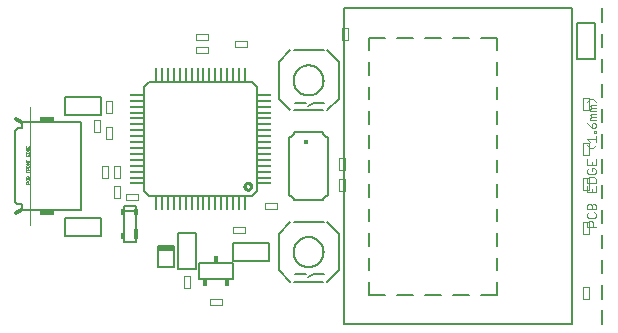
<source format=gto>
G04 EAGLE Gerber RS-274X export*
G75*
%MOMM*%
%FSLAX34Y34*%
%LPD*%
%INTop Silkscreen*%
%IPPOS*%
%AMOC8*
5,1,8,0,0,1.08239X$1,22.5*%
G01*
%ADD10C,0.203200*%
%ADD11C,0.076200*%
%ADD12C,0.127000*%
%ADD13C,0.364000*%
%ADD14C,0.152400*%
%ADD15R,0.457200X0.584200*%
%ADD16C,0.254000*%
%ADD17R,1.200000X0.200000*%
%ADD18R,0.200000X1.200000*%
%ADD19C,0.300000*%
%ADD20R,1.300000X0.365000*%
%ADD21R,0.090000X0.700000*%
%ADD22C,0.050000*%
%ADD23C,0.025400*%
%ADD24R,0.381000X0.609600*%
%ADD25C,0.100000*%


D10*
X268896Y74D02*
X268896Y267104D01*
X461496Y267104D01*
X461496Y104D01*
X268896Y74D01*
X289896Y24884D02*
X289896Y35560D01*
X289896Y45560D02*
X289896Y56237D01*
X289896Y66237D02*
X289896Y76913D01*
X289896Y86913D02*
X289896Y97589D01*
X289896Y107589D02*
X289896Y118266D01*
X289896Y128266D02*
X289896Y138942D01*
X289896Y148942D02*
X289896Y159619D01*
X289896Y169619D02*
X289896Y180295D01*
X289896Y190295D02*
X289896Y200971D01*
X289896Y210971D02*
X289896Y221648D01*
X289896Y231648D02*
X289896Y242324D01*
X303624Y242324D01*
X313624Y242324D02*
X327352Y242324D01*
X337352Y242324D02*
X351080Y242324D01*
X361080Y242324D02*
X374808Y242324D01*
X384808Y242324D02*
X398536Y242324D01*
X398536Y231648D01*
X398536Y221648D02*
X398536Y210971D01*
X398536Y200971D02*
X398536Y190295D01*
X398536Y180295D02*
X398536Y169619D01*
X398536Y159619D02*
X398536Y148942D01*
X398536Y138942D02*
X398536Y128266D01*
X398536Y118266D02*
X398536Y107589D01*
X398536Y97589D02*
X398536Y86913D01*
X398536Y76913D02*
X398536Y66237D01*
X398536Y56237D02*
X398536Y45560D01*
X398536Y35560D02*
X398536Y24884D01*
X384808Y24884D01*
X374808Y24884D02*
X361080Y24884D01*
X351080Y24884D02*
X337352Y24884D01*
X327352Y24884D02*
X313624Y24884D01*
X303624Y24884D02*
X289896Y24884D01*
D11*
X474743Y81985D02*
X482115Y81985D01*
X474743Y81985D02*
X474743Y85671D01*
X475971Y86900D01*
X478429Y86900D01*
X479658Y85671D01*
X479658Y81985D01*
X474743Y93155D02*
X475971Y94384D01*
X474743Y93155D02*
X474743Y90698D01*
X475971Y89469D01*
X480886Y89469D01*
X482115Y90698D01*
X482115Y93155D01*
X480886Y94384D01*
X482115Y96953D02*
X474743Y96953D01*
X474743Y100639D01*
X475971Y101868D01*
X477200Y101868D01*
X478429Y100639D01*
X479658Y101868D01*
X480886Y101868D01*
X482115Y100639D01*
X482115Y96953D01*
X478429Y96953D02*
X478429Y100639D01*
X474743Y111922D02*
X474743Y116836D01*
X474743Y111922D02*
X482115Y111922D01*
X482115Y116836D01*
X478429Y114379D02*
X478429Y111922D01*
X474743Y119406D02*
X482115Y119406D01*
X482115Y123092D01*
X480886Y124321D01*
X475971Y124321D01*
X474743Y123092D01*
X474743Y119406D01*
X474743Y130576D02*
X475971Y131805D01*
X474743Y130576D02*
X474743Y128119D01*
X475971Y126890D01*
X480886Y126890D01*
X482115Y128119D01*
X482115Y130576D01*
X480886Y131805D01*
X478429Y131805D01*
X478429Y129347D01*
X474743Y134374D02*
X474743Y139289D01*
X474743Y134374D02*
X482115Y134374D01*
X482115Y139289D01*
X478429Y136832D02*
X478429Y134374D01*
X479658Y149342D02*
X482115Y151800D01*
X479658Y149342D02*
X477200Y149342D01*
X474743Y151800D01*
X477200Y154332D02*
X474743Y156789D01*
X482115Y156789D01*
X482115Y154332D02*
X482115Y159247D01*
X482115Y161816D02*
X480886Y161816D01*
X480886Y163045D01*
X482115Y163045D01*
X482115Y161816D01*
X475971Y168015D02*
X474743Y170473D01*
X475971Y168015D02*
X478429Y165558D01*
X480886Y165558D01*
X482115Y166787D01*
X482115Y169244D01*
X480886Y170473D01*
X479658Y170473D01*
X478429Y169244D01*
X478429Y165558D01*
X477200Y173042D02*
X482115Y173042D01*
X477200Y173042D02*
X477200Y174271D01*
X478429Y175500D01*
X482115Y175500D01*
X478429Y175500D02*
X477200Y176728D01*
X478429Y177957D01*
X482115Y177957D01*
X482115Y180526D02*
X477200Y180526D01*
X477200Y181755D01*
X478429Y182984D01*
X482115Y182984D01*
X478429Y182984D02*
X477200Y184213D01*
X478429Y185441D01*
X482115Y185441D01*
X482115Y188011D02*
X479658Y190468D01*
X477200Y190468D01*
X474743Y188011D01*
D10*
X487496Y255796D02*
X487496Y267104D01*
X487496Y245796D02*
X487496Y234489D01*
X487496Y224489D02*
X487496Y213181D01*
X487496Y203181D02*
X487496Y191873D01*
X487496Y181873D02*
X487496Y170566D01*
X487496Y160566D02*
X487496Y149258D01*
X487496Y139258D02*
X487496Y127950D01*
X487496Y117950D02*
X487496Y106642D01*
X487496Y96642D02*
X487496Y85335D01*
X487496Y75335D02*
X487496Y64027D01*
X487496Y54027D02*
X487496Y42719D01*
X487496Y32719D02*
X487496Y21412D01*
X487496Y11412D02*
X487496Y104D01*
X226060Y206248D02*
X226064Y206560D01*
X226075Y206871D01*
X226094Y207182D01*
X226121Y207493D01*
X226156Y207803D01*
X226197Y208111D01*
X226247Y208419D01*
X226304Y208726D01*
X226369Y209031D01*
X226441Y209334D01*
X226520Y209635D01*
X226607Y209935D01*
X226701Y210232D01*
X226802Y210527D01*
X226911Y210819D01*
X227027Y211108D01*
X227150Y211395D01*
X227279Y211678D01*
X227416Y211958D01*
X227560Y212235D01*
X227710Y212508D01*
X227867Y212777D01*
X228030Y213042D01*
X228200Y213304D01*
X228377Y213561D01*
X228559Y213813D01*
X228748Y214061D01*
X228943Y214305D01*
X229143Y214543D01*
X229350Y214777D01*
X229562Y215005D01*
X229780Y215228D01*
X230003Y215446D01*
X230231Y215658D01*
X230465Y215865D01*
X230703Y216065D01*
X230947Y216260D01*
X231195Y216449D01*
X231447Y216631D01*
X231704Y216808D01*
X231966Y216978D01*
X232231Y217141D01*
X232500Y217298D01*
X232773Y217448D01*
X233050Y217592D01*
X233330Y217729D01*
X233613Y217858D01*
X233900Y217981D01*
X234189Y218097D01*
X234481Y218206D01*
X234776Y218307D01*
X235073Y218401D01*
X235373Y218488D01*
X235674Y218567D01*
X235977Y218639D01*
X236282Y218704D01*
X236589Y218761D01*
X236897Y218811D01*
X237205Y218852D01*
X237515Y218887D01*
X237826Y218914D01*
X238137Y218933D01*
X238448Y218944D01*
X238760Y218948D01*
X239072Y218944D01*
X239383Y218933D01*
X239694Y218914D01*
X240005Y218887D01*
X240315Y218852D01*
X240623Y218811D01*
X240931Y218761D01*
X241238Y218704D01*
X241543Y218639D01*
X241846Y218567D01*
X242147Y218488D01*
X242447Y218401D01*
X242744Y218307D01*
X243039Y218206D01*
X243331Y218097D01*
X243620Y217981D01*
X243907Y217858D01*
X244190Y217729D01*
X244470Y217592D01*
X244747Y217448D01*
X245020Y217298D01*
X245289Y217141D01*
X245554Y216978D01*
X245816Y216808D01*
X246073Y216631D01*
X246325Y216449D01*
X246573Y216260D01*
X246817Y216065D01*
X247055Y215865D01*
X247289Y215658D01*
X247517Y215446D01*
X247740Y215228D01*
X247958Y215005D01*
X248170Y214777D01*
X248377Y214543D01*
X248577Y214305D01*
X248772Y214061D01*
X248961Y213813D01*
X249143Y213561D01*
X249320Y213304D01*
X249490Y213042D01*
X249653Y212777D01*
X249810Y212508D01*
X249960Y212235D01*
X250104Y211958D01*
X250241Y211678D01*
X250370Y211395D01*
X250493Y211108D01*
X250609Y210819D01*
X250718Y210527D01*
X250819Y210232D01*
X250913Y209935D01*
X251000Y209635D01*
X251079Y209334D01*
X251151Y209031D01*
X251216Y208726D01*
X251273Y208419D01*
X251323Y208111D01*
X251364Y207803D01*
X251399Y207493D01*
X251426Y207182D01*
X251445Y206871D01*
X251456Y206560D01*
X251460Y206248D01*
X251456Y205936D01*
X251445Y205625D01*
X251426Y205314D01*
X251399Y205003D01*
X251364Y204693D01*
X251323Y204385D01*
X251273Y204077D01*
X251216Y203770D01*
X251151Y203465D01*
X251079Y203162D01*
X251000Y202861D01*
X250913Y202561D01*
X250819Y202264D01*
X250718Y201969D01*
X250609Y201677D01*
X250493Y201388D01*
X250370Y201101D01*
X250241Y200818D01*
X250104Y200538D01*
X249960Y200261D01*
X249810Y199988D01*
X249653Y199719D01*
X249490Y199454D01*
X249320Y199192D01*
X249143Y198935D01*
X248961Y198683D01*
X248772Y198435D01*
X248577Y198191D01*
X248377Y197953D01*
X248170Y197719D01*
X247958Y197491D01*
X247740Y197268D01*
X247517Y197050D01*
X247289Y196838D01*
X247055Y196631D01*
X246817Y196431D01*
X246573Y196236D01*
X246325Y196047D01*
X246073Y195865D01*
X245816Y195688D01*
X245554Y195518D01*
X245289Y195355D01*
X245020Y195198D01*
X244747Y195048D01*
X244470Y194904D01*
X244190Y194767D01*
X243907Y194638D01*
X243620Y194515D01*
X243331Y194399D01*
X243039Y194290D01*
X242744Y194189D01*
X242447Y194095D01*
X242147Y194008D01*
X241846Y193929D01*
X241543Y193857D01*
X241238Y193792D01*
X240931Y193735D01*
X240623Y193685D01*
X240315Y193644D01*
X240005Y193609D01*
X239694Y193582D01*
X239383Y193563D01*
X239072Y193552D01*
X238760Y193548D01*
X238448Y193552D01*
X238137Y193563D01*
X237826Y193582D01*
X237515Y193609D01*
X237205Y193644D01*
X236897Y193685D01*
X236589Y193735D01*
X236282Y193792D01*
X235977Y193857D01*
X235674Y193929D01*
X235373Y194008D01*
X235073Y194095D01*
X234776Y194189D01*
X234481Y194290D01*
X234189Y194399D01*
X233900Y194515D01*
X233613Y194638D01*
X233330Y194767D01*
X233050Y194904D01*
X232773Y195048D01*
X232500Y195198D01*
X232231Y195355D01*
X231966Y195518D01*
X231704Y195688D01*
X231447Y195865D01*
X231195Y196047D01*
X230947Y196236D01*
X230703Y196431D01*
X230465Y196631D01*
X230231Y196838D01*
X230003Y197050D01*
X229780Y197268D01*
X229562Y197491D01*
X229350Y197719D01*
X229143Y197953D01*
X228943Y198191D01*
X228748Y198435D01*
X228559Y198683D01*
X228377Y198935D01*
X228200Y199192D01*
X228030Y199454D01*
X227867Y199719D01*
X227710Y199988D01*
X227560Y200261D01*
X227416Y200538D01*
X227279Y200818D01*
X227150Y201101D01*
X227027Y201388D01*
X226911Y201677D01*
X226802Y201969D01*
X226701Y202264D01*
X226607Y202561D01*
X226520Y202861D01*
X226441Y203162D01*
X226369Y203465D01*
X226304Y203770D01*
X226247Y204077D01*
X226197Y204385D01*
X226156Y204693D01*
X226121Y205003D01*
X226094Y205314D01*
X226075Y205625D01*
X226064Y205936D01*
X226060Y206248D01*
X213360Y221648D02*
X223360Y231648D01*
X226360Y231648D02*
X251460Y231648D01*
X254160Y231648D02*
X264160Y221648D01*
X264160Y190848D01*
X254160Y180848D01*
X251160Y180848D02*
X226360Y180848D01*
X223360Y180848D02*
X213360Y190848D01*
X213360Y221648D01*
D12*
X243210Y187198D02*
X251460Y187198D01*
X243210Y187198D02*
X238660Y184648D01*
X236460Y187198D02*
X227610Y187198D01*
D10*
X226060Y60960D02*
X226064Y61272D01*
X226075Y61583D01*
X226094Y61894D01*
X226121Y62205D01*
X226156Y62515D01*
X226197Y62823D01*
X226247Y63131D01*
X226304Y63438D01*
X226369Y63743D01*
X226441Y64046D01*
X226520Y64347D01*
X226607Y64647D01*
X226701Y64944D01*
X226802Y65239D01*
X226911Y65531D01*
X227027Y65820D01*
X227150Y66107D01*
X227279Y66390D01*
X227416Y66670D01*
X227560Y66947D01*
X227710Y67220D01*
X227867Y67489D01*
X228030Y67754D01*
X228200Y68016D01*
X228377Y68273D01*
X228559Y68525D01*
X228748Y68773D01*
X228943Y69017D01*
X229143Y69255D01*
X229350Y69489D01*
X229562Y69717D01*
X229780Y69940D01*
X230003Y70158D01*
X230231Y70370D01*
X230465Y70577D01*
X230703Y70777D01*
X230947Y70972D01*
X231195Y71161D01*
X231447Y71343D01*
X231704Y71520D01*
X231966Y71690D01*
X232231Y71853D01*
X232500Y72010D01*
X232773Y72160D01*
X233050Y72304D01*
X233330Y72441D01*
X233613Y72570D01*
X233900Y72693D01*
X234189Y72809D01*
X234481Y72918D01*
X234776Y73019D01*
X235073Y73113D01*
X235373Y73200D01*
X235674Y73279D01*
X235977Y73351D01*
X236282Y73416D01*
X236589Y73473D01*
X236897Y73523D01*
X237205Y73564D01*
X237515Y73599D01*
X237826Y73626D01*
X238137Y73645D01*
X238448Y73656D01*
X238760Y73660D01*
X239072Y73656D01*
X239383Y73645D01*
X239694Y73626D01*
X240005Y73599D01*
X240315Y73564D01*
X240623Y73523D01*
X240931Y73473D01*
X241238Y73416D01*
X241543Y73351D01*
X241846Y73279D01*
X242147Y73200D01*
X242447Y73113D01*
X242744Y73019D01*
X243039Y72918D01*
X243331Y72809D01*
X243620Y72693D01*
X243907Y72570D01*
X244190Y72441D01*
X244470Y72304D01*
X244747Y72160D01*
X245020Y72010D01*
X245289Y71853D01*
X245554Y71690D01*
X245816Y71520D01*
X246073Y71343D01*
X246325Y71161D01*
X246573Y70972D01*
X246817Y70777D01*
X247055Y70577D01*
X247289Y70370D01*
X247517Y70158D01*
X247740Y69940D01*
X247958Y69717D01*
X248170Y69489D01*
X248377Y69255D01*
X248577Y69017D01*
X248772Y68773D01*
X248961Y68525D01*
X249143Y68273D01*
X249320Y68016D01*
X249490Y67754D01*
X249653Y67489D01*
X249810Y67220D01*
X249960Y66947D01*
X250104Y66670D01*
X250241Y66390D01*
X250370Y66107D01*
X250493Y65820D01*
X250609Y65531D01*
X250718Y65239D01*
X250819Y64944D01*
X250913Y64647D01*
X251000Y64347D01*
X251079Y64046D01*
X251151Y63743D01*
X251216Y63438D01*
X251273Y63131D01*
X251323Y62823D01*
X251364Y62515D01*
X251399Y62205D01*
X251426Y61894D01*
X251445Y61583D01*
X251456Y61272D01*
X251460Y60960D01*
X251456Y60648D01*
X251445Y60337D01*
X251426Y60026D01*
X251399Y59715D01*
X251364Y59405D01*
X251323Y59097D01*
X251273Y58789D01*
X251216Y58482D01*
X251151Y58177D01*
X251079Y57874D01*
X251000Y57573D01*
X250913Y57273D01*
X250819Y56976D01*
X250718Y56681D01*
X250609Y56389D01*
X250493Y56100D01*
X250370Y55813D01*
X250241Y55530D01*
X250104Y55250D01*
X249960Y54973D01*
X249810Y54700D01*
X249653Y54431D01*
X249490Y54166D01*
X249320Y53904D01*
X249143Y53647D01*
X248961Y53395D01*
X248772Y53147D01*
X248577Y52903D01*
X248377Y52665D01*
X248170Y52431D01*
X247958Y52203D01*
X247740Y51980D01*
X247517Y51762D01*
X247289Y51550D01*
X247055Y51343D01*
X246817Y51143D01*
X246573Y50948D01*
X246325Y50759D01*
X246073Y50577D01*
X245816Y50400D01*
X245554Y50230D01*
X245289Y50067D01*
X245020Y49910D01*
X244747Y49760D01*
X244470Y49616D01*
X244190Y49479D01*
X243907Y49350D01*
X243620Y49227D01*
X243331Y49111D01*
X243039Y49002D01*
X242744Y48901D01*
X242447Y48807D01*
X242147Y48720D01*
X241846Y48641D01*
X241543Y48569D01*
X241238Y48504D01*
X240931Y48447D01*
X240623Y48397D01*
X240315Y48356D01*
X240005Y48321D01*
X239694Y48294D01*
X239383Y48275D01*
X239072Y48264D01*
X238760Y48260D01*
X238448Y48264D01*
X238137Y48275D01*
X237826Y48294D01*
X237515Y48321D01*
X237205Y48356D01*
X236897Y48397D01*
X236589Y48447D01*
X236282Y48504D01*
X235977Y48569D01*
X235674Y48641D01*
X235373Y48720D01*
X235073Y48807D01*
X234776Y48901D01*
X234481Y49002D01*
X234189Y49111D01*
X233900Y49227D01*
X233613Y49350D01*
X233330Y49479D01*
X233050Y49616D01*
X232773Y49760D01*
X232500Y49910D01*
X232231Y50067D01*
X231966Y50230D01*
X231704Y50400D01*
X231447Y50577D01*
X231195Y50759D01*
X230947Y50948D01*
X230703Y51143D01*
X230465Y51343D01*
X230231Y51550D01*
X230003Y51762D01*
X229780Y51980D01*
X229562Y52203D01*
X229350Y52431D01*
X229143Y52665D01*
X228943Y52903D01*
X228748Y53147D01*
X228559Y53395D01*
X228377Y53647D01*
X228200Y53904D01*
X228030Y54166D01*
X227867Y54431D01*
X227710Y54700D01*
X227560Y54973D01*
X227416Y55250D01*
X227279Y55530D01*
X227150Y55813D01*
X227027Y56100D01*
X226911Y56389D01*
X226802Y56681D01*
X226701Y56976D01*
X226607Y57273D01*
X226520Y57573D01*
X226441Y57874D01*
X226369Y58177D01*
X226304Y58482D01*
X226247Y58789D01*
X226197Y59097D01*
X226156Y59405D01*
X226121Y59715D01*
X226094Y60026D01*
X226075Y60337D01*
X226064Y60648D01*
X226060Y60960D01*
X213360Y76360D02*
X223360Y86360D01*
X226360Y86360D02*
X251460Y86360D01*
X254160Y86360D02*
X264160Y76360D01*
X264160Y45560D01*
X254160Y35560D01*
X251160Y35560D02*
X226360Y35560D01*
X223360Y35560D02*
X213360Y45560D01*
X213360Y76360D01*
D12*
X243210Y41910D02*
X251460Y41910D01*
X243210Y41910D02*
X238660Y39360D01*
X236460Y41910D02*
X227610Y41910D01*
D10*
X255260Y144104D02*
X255260Y158354D01*
X255260Y144104D02*
X255260Y123104D01*
X255260Y108854D01*
X251010Y104604D02*
X241760Y104604D01*
X235760Y104604D01*
X226510Y104604D01*
X222260Y108854D02*
X222260Y123104D01*
X222260Y144104D01*
X222260Y158354D01*
X226510Y162604D02*
X235760Y162604D01*
X241760Y162604D01*
X251010Y162604D01*
X251013Y162476D01*
X251019Y162348D01*
X251029Y162220D01*
X251043Y162092D01*
X251061Y161965D01*
X251082Y161839D01*
X251108Y161713D01*
X251137Y161589D01*
X251170Y161465D01*
X251207Y161342D01*
X251247Y161220D01*
X251291Y161099D01*
X251338Y160980D01*
X251389Y160863D01*
X251444Y160747D01*
X251502Y160632D01*
X251564Y160520D01*
X251628Y160409D01*
X251697Y160301D01*
X251768Y160194D01*
X251842Y160090D01*
X251920Y159988D01*
X252001Y159888D01*
X252084Y159791D01*
X252171Y159696D01*
X252260Y159604D01*
X252352Y159515D01*
X252447Y159428D01*
X252544Y159345D01*
X252644Y159264D01*
X252746Y159186D01*
X252850Y159112D01*
X252957Y159041D01*
X253065Y158972D01*
X253176Y158908D01*
X253288Y158846D01*
X253403Y158788D01*
X253519Y158733D01*
X253636Y158682D01*
X253755Y158635D01*
X253876Y158591D01*
X253998Y158551D01*
X254121Y158514D01*
X254245Y158481D01*
X254369Y158452D01*
X254495Y158426D01*
X254621Y158405D01*
X254748Y158387D01*
X254876Y158373D01*
X255004Y158363D01*
X255132Y158357D01*
X255260Y158354D01*
X255260Y108854D02*
X255132Y108851D01*
X255004Y108845D01*
X254876Y108835D01*
X254748Y108821D01*
X254621Y108803D01*
X254495Y108782D01*
X254369Y108756D01*
X254245Y108727D01*
X254121Y108694D01*
X253998Y108657D01*
X253876Y108617D01*
X253755Y108573D01*
X253636Y108526D01*
X253519Y108475D01*
X253403Y108420D01*
X253288Y108362D01*
X253176Y108300D01*
X253065Y108236D01*
X252957Y108167D01*
X252850Y108096D01*
X252746Y108022D01*
X252644Y107944D01*
X252544Y107863D01*
X252447Y107780D01*
X252352Y107693D01*
X252260Y107604D01*
X252171Y107512D01*
X252084Y107417D01*
X252001Y107320D01*
X251920Y107220D01*
X251842Y107118D01*
X251768Y107014D01*
X251697Y106907D01*
X251628Y106799D01*
X251564Y106688D01*
X251502Y106576D01*
X251444Y106461D01*
X251389Y106345D01*
X251338Y106228D01*
X251291Y106109D01*
X251247Y105988D01*
X251207Y105866D01*
X251170Y105743D01*
X251137Y105619D01*
X251108Y105495D01*
X251082Y105369D01*
X251061Y105243D01*
X251043Y105116D01*
X251029Y104988D01*
X251019Y104860D01*
X251013Y104732D01*
X251010Y104604D01*
X226510Y104604D02*
X226507Y104732D01*
X226501Y104860D01*
X226491Y104988D01*
X226477Y105116D01*
X226459Y105243D01*
X226438Y105369D01*
X226412Y105495D01*
X226383Y105619D01*
X226350Y105743D01*
X226313Y105866D01*
X226273Y105988D01*
X226229Y106109D01*
X226182Y106228D01*
X226131Y106345D01*
X226076Y106461D01*
X226018Y106576D01*
X225956Y106688D01*
X225892Y106799D01*
X225823Y106907D01*
X225752Y107014D01*
X225678Y107118D01*
X225600Y107220D01*
X225519Y107320D01*
X225436Y107417D01*
X225349Y107512D01*
X225260Y107604D01*
X225168Y107693D01*
X225073Y107780D01*
X224976Y107863D01*
X224876Y107944D01*
X224774Y108022D01*
X224670Y108096D01*
X224563Y108167D01*
X224455Y108236D01*
X224344Y108300D01*
X224232Y108362D01*
X224117Y108420D01*
X224001Y108475D01*
X223884Y108526D01*
X223765Y108573D01*
X223644Y108617D01*
X223522Y108657D01*
X223399Y108694D01*
X223275Y108727D01*
X223151Y108756D01*
X223025Y108782D01*
X222899Y108803D01*
X222772Y108821D01*
X222644Y108835D01*
X222516Y108845D01*
X222388Y108851D01*
X222260Y108854D01*
X222260Y158354D02*
X222388Y158357D01*
X222516Y158363D01*
X222644Y158373D01*
X222772Y158387D01*
X222899Y158405D01*
X223025Y158426D01*
X223151Y158452D01*
X223275Y158481D01*
X223399Y158514D01*
X223522Y158551D01*
X223644Y158591D01*
X223765Y158635D01*
X223884Y158682D01*
X224001Y158733D01*
X224117Y158788D01*
X224232Y158846D01*
X224344Y158908D01*
X224455Y158972D01*
X224563Y159041D01*
X224670Y159112D01*
X224774Y159186D01*
X224876Y159264D01*
X224976Y159345D01*
X225073Y159428D01*
X225168Y159515D01*
X225260Y159604D01*
X225349Y159696D01*
X225436Y159791D01*
X225519Y159888D01*
X225600Y159988D01*
X225678Y160090D01*
X225752Y160194D01*
X225823Y160301D01*
X225892Y160409D01*
X225956Y160520D01*
X226018Y160632D01*
X226076Y160747D01*
X226131Y160863D01*
X226182Y160980D01*
X226229Y161099D01*
X226273Y161220D01*
X226313Y161342D01*
X226350Y161465D01*
X226383Y161589D01*
X226412Y161713D01*
X226438Y161839D01*
X226459Y161965D01*
X226477Y162092D01*
X226491Y162220D01*
X226501Y162348D01*
X226507Y162476D01*
X226510Y162604D01*
D13*
X236760Y154104D03*
D14*
X174748Y51304D02*
X174748Y38104D01*
X146308Y38104D01*
X146308Y51304D01*
X174748Y51304D01*
X146308Y51304D02*
X146308Y43184D01*
X146308Y51304D02*
X151888Y51304D01*
X169168Y51304D02*
X174748Y51304D01*
X174748Y43184D01*
D15*
X160528Y54737D03*
X169926Y34671D03*
X151130Y34671D03*
D10*
X191320Y108464D02*
X195320Y112464D01*
X191320Y108464D02*
X103320Y108464D01*
X99320Y112464D01*
X99320Y200464D01*
X103320Y204464D01*
X191320Y204464D01*
X195320Y200464D01*
X195320Y112464D01*
D16*
X184493Y116464D02*
X184495Y116570D01*
X184501Y116675D01*
X184511Y116781D01*
X184525Y116885D01*
X184542Y116990D01*
X184564Y117093D01*
X184589Y117196D01*
X184619Y117297D01*
X184652Y117398D01*
X184688Y117497D01*
X184729Y117594D01*
X184773Y117691D01*
X184821Y117785D01*
X184872Y117878D01*
X184926Y117968D01*
X184984Y118057D01*
X185045Y118143D01*
X185110Y118227D01*
X185177Y118308D01*
X185248Y118387D01*
X185321Y118463D01*
X185397Y118536D01*
X185476Y118607D01*
X185557Y118674D01*
X185641Y118739D01*
X185727Y118800D01*
X185816Y118858D01*
X185907Y118912D01*
X185999Y118963D01*
X186093Y119011D01*
X186190Y119055D01*
X186287Y119096D01*
X186386Y119132D01*
X186487Y119165D01*
X186588Y119195D01*
X186691Y119220D01*
X186794Y119242D01*
X186899Y119259D01*
X187003Y119273D01*
X187109Y119283D01*
X187214Y119289D01*
X187320Y119291D01*
X187426Y119289D01*
X187531Y119283D01*
X187637Y119273D01*
X187741Y119259D01*
X187846Y119242D01*
X187949Y119220D01*
X188052Y119195D01*
X188153Y119165D01*
X188254Y119132D01*
X188353Y119096D01*
X188450Y119055D01*
X188547Y119011D01*
X188641Y118963D01*
X188734Y118912D01*
X188824Y118858D01*
X188913Y118800D01*
X188999Y118739D01*
X189083Y118674D01*
X189164Y118607D01*
X189243Y118536D01*
X189319Y118463D01*
X189392Y118387D01*
X189463Y118308D01*
X189530Y118227D01*
X189595Y118143D01*
X189656Y118057D01*
X189714Y117968D01*
X189768Y117877D01*
X189819Y117785D01*
X189867Y117691D01*
X189911Y117594D01*
X189952Y117497D01*
X189988Y117398D01*
X190021Y117297D01*
X190051Y117196D01*
X190076Y117093D01*
X190098Y116990D01*
X190115Y116885D01*
X190129Y116781D01*
X190139Y116675D01*
X190145Y116570D01*
X190147Y116464D01*
X190145Y116358D01*
X190139Y116253D01*
X190129Y116147D01*
X190115Y116043D01*
X190098Y115938D01*
X190076Y115835D01*
X190051Y115732D01*
X190021Y115631D01*
X189988Y115530D01*
X189952Y115431D01*
X189911Y115334D01*
X189867Y115237D01*
X189819Y115143D01*
X189768Y115050D01*
X189714Y114960D01*
X189656Y114871D01*
X189595Y114785D01*
X189530Y114701D01*
X189463Y114620D01*
X189392Y114541D01*
X189319Y114465D01*
X189243Y114392D01*
X189164Y114321D01*
X189083Y114254D01*
X188999Y114189D01*
X188913Y114128D01*
X188824Y114070D01*
X188733Y114016D01*
X188641Y113965D01*
X188547Y113917D01*
X188450Y113873D01*
X188353Y113832D01*
X188254Y113796D01*
X188153Y113763D01*
X188052Y113733D01*
X187949Y113708D01*
X187846Y113686D01*
X187741Y113669D01*
X187637Y113655D01*
X187531Y113645D01*
X187426Y113639D01*
X187320Y113637D01*
X187214Y113639D01*
X187109Y113645D01*
X187003Y113655D01*
X186899Y113669D01*
X186794Y113686D01*
X186691Y113708D01*
X186588Y113733D01*
X186487Y113763D01*
X186386Y113796D01*
X186287Y113832D01*
X186190Y113873D01*
X186093Y113917D01*
X185999Y113965D01*
X185906Y114016D01*
X185816Y114070D01*
X185727Y114128D01*
X185641Y114189D01*
X185557Y114254D01*
X185476Y114321D01*
X185397Y114392D01*
X185321Y114465D01*
X185248Y114541D01*
X185177Y114620D01*
X185110Y114701D01*
X185045Y114785D01*
X184984Y114871D01*
X184926Y114960D01*
X184872Y115051D01*
X184821Y115143D01*
X184773Y115237D01*
X184729Y115334D01*
X184688Y115431D01*
X184652Y115530D01*
X184619Y115631D01*
X184589Y115732D01*
X184564Y115835D01*
X184542Y115938D01*
X184525Y116043D01*
X184511Y116147D01*
X184501Y116253D01*
X184495Y116358D01*
X184493Y116464D01*
D17*
X201320Y118964D03*
X201320Y123964D03*
X201320Y128964D03*
X201320Y133964D03*
X201320Y138964D03*
X201320Y143964D03*
X201320Y148964D03*
X201320Y153964D03*
X201320Y158964D03*
X201320Y163964D03*
X201320Y168964D03*
X201320Y173964D03*
X201320Y178964D03*
X201320Y183964D03*
X201320Y188964D03*
X201320Y193964D03*
D18*
X184820Y210464D03*
X179820Y210464D03*
X174820Y210464D03*
X169820Y210464D03*
X164820Y210464D03*
X159820Y210464D03*
X154820Y210464D03*
X149820Y210464D03*
X144820Y210464D03*
X139820Y210464D03*
X134820Y210464D03*
X129820Y210464D03*
X124820Y210464D03*
X119820Y210464D03*
X114820Y210464D03*
X109820Y210464D03*
D17*
X93320Y193964D03*
X93320Y188964D03*
X93320Y183964D03*
X93320Y178964D03*
X93320Y173964D03*
X93320Y168964D03*
X93320Y163964D03*
X93320Y158964D03*
X93320Y153964D03*
X93320Y148964D03*
X93320Y143964D03*
X93320Y138964D03*
X93320Y133964D03*
X93320Y128964D03*
X93320Y123964D03*
X93320Y118964D03*
D18*
X109820Y102464D03*
X114820Y102464D03*
X119820Y102464D03*
X124820Y102464D03*
X129820Y102464D03*
X134820Y102464D03*
X139820Y102464D03*
X144820Y102464D03*
X149820Y102464D03*
X154820Y102464D03*
X159820Y102464D03*
X164820Y102464D03*
X169820Y102464D03*
X174820Y102464D03*
X179820Y102464D03*
X184820Y102464D03*
D12*
X46026Y96104D02*
X-3974Y96104D01*
X46026Y96104D02*
X46026Y171104D01*
X23376Y171104D01*
X-3974Y171104D01*
X-3974Y165604D01*
D19*
X-4824Y96704D02*
X-8474Y94104D01*
X-4824Y170754D02*
X-8474Y173104D01*
D12*
X-7324Y101604D02*
X-4024Y101604D01*
X-7324Y101604D02*
X-7411Y101606D01*
X-7498Y101612D01*
X-7585Y101621D01*
X-7671Y101634D01*
X-7757Y101651D01*
X-7842Y101672D01*
X-7925Y101697D01*
X-8008Y101725D01*
X-8089Y101756D01*
X-8169Y101791D01*
X-8247Y101830D01*
X-8324Y101872D01*
X-8399Y101917D01*
X-8471Y101966D01*
X-8542Y102017D01*
X-8610Y102072D01*
X-8675Y102129D01*
X-8738Y102190D01*
X-8799Y102253D01*
X-8856Y102318D01*
X-8911Y102386D01*
X-8962Y102457D01*
X-9011Y102529D01*
X-9056Y102604D01*
X-9098Y102681D01*
X-9137Y102759D01*
X-9172Y102839D01*
X-9203Y102920D01*
X-9231Y103003D01*
X-9256Y103086D01*
X-9277Y103171D01*
X-9294Y103257D01*
X-9307Y103343D01*
X-9316Y103430D01*
X-9322Y103517D01*
X-9324Y103604D01*
X-9324Y157854D01*
X-7324Y165604D02*
X-3974Y165604D01*
X-7324Y165604D02*
X-7411Y165602D01*
X-7498Y165596D01*
X-7585Y165587D01*
X-7671Y165574D01*
X-7757Y165557D01*
X-7842Y165536D01*
X-7925Y165511D01*
X-8008Y165483D01*
X-8089Y165452D01*
X-8169Y165417D01*
X-8247Y165378D01*
X-8324Y165336D01*
X-8399Y165291D01*
X-8471Y165242D01*
X-8542Y165191D01*
X-8610Y165136D01*
X-8675Y165079D01*
X-8738Y165018D01*
X-8799Y164955D01*
X-8856Y164890D01*
X-8911Y164822D01*
X-8962Y164751D01*
X-9011Y164679D01*
X-9056Y164604D01*
X-9098Y164527D01*
X-9137Y164449D01*
X-9172Y164369D01*
X-9203Y164288D01*
X-9231Y164205D01*
X-9256Y164122D01*
X-9277Y164037D01*
X-9294Y163951D01*
X-9307Y163865D01*
X-9316Y163778D01*
X-9322Y163691D01*
X-9324Y163604D01*
X-9324Y157854D01*
D20*
X17526Y173529D03*
X17526Y173529D03*
X17526Y93679D03*
D21*
X47076Y155854D03*
X47076Y111354D03*
D22*
X3026Y83604D02*
X3026Y183604D01*
D23*
X1999Y118881D02*
X-289Y118881D01*
X-289Y120025D01*
X92Y120406D01*
X855Y120406D01*
X1236Y120025D01*
X1236Y118881D01*
X-289Y122364D02*
X92Y122745D01*
X-289Y122364D02*
X-289Y121601D01*
X92Y121220D01*
X1618Y121220D01*
X1999Y121601D01*
X1999Y122364D01*
X1618Y122745D01*
X1999Y123559D02*
X-289Y123559D01*
X-289Y124703D01*
X92Y125084D01*
X474Y125084D01*
X855Y124703D01*
X1236Y125084D01*
X1618Y125084D01*
X1999Y124703D01*
X1999Y123559D01*
X855Y123559D02*
X855Y124703D01*
X1999Y128236D02*
X-289Y128236D01*
X-289Y129761D01*
X855Y128999D02*
X855Y128236D01*
X1999Y130575D02*
X-289Y130575D01*
X-289Y131719D01*
X92Y132100D01*
X855Y132100D01*
X1236Y131719D01*
X1236Y130575D01*
X1236Y131338D02*
X1999Y132100D01*
X-289Y133295D02*
X-289Y134058D01*
X-289Y133295D02*
X92Y132914D01*
X1618Y132914D01*
X1999Y133295D01*
X1999Y134058D01*
X1618Y134439D01*
X92Y134439D01*
X-289Y134058D01*
X-289Y135252D02*
X1999Y135252D01*
X1999Y136778D02*
X-289Y135252D01*
X-289Y136778D02*
X1999Y136778D01*
X1999Y138354D02*
X-289Y138354D01*
X-289Y137591D02*
X-289Y139117D01*
X-289Y142269D02*
X-289Y143794D01*
X-289Y142269D02*
X1999Y142269D01*
X1999Y143794D01*
X855Y143031D02*
X855Y142269D01*
X-289Y144608D02*
X1999Y144608D01*
X1999Y145752D01*
X1618Y146133D01*
X92Y146133D01*
X-289Y145752D01*
X-289Y144608D01*
X-289Y148090D02*
X92Y148472D01*
X-289Y148090D02*
X-289Y147328D01*
X92Y146946D01*
X1618Y146946D01*
X1999Y147328D01*
X1999Y148090D01*
X1618Y148472D01*
X855Y148472D01*
X855Y147709D01*
X-289Y149285D02*
X-289Y150810D01*
X-289Y149285D02*
X1999Y149285D01*
X1999Y150810D01*
X855Y150048D02*
X855Y149285D01*
D12*
X-4024Y101604D02*
X-4024Y96104D01*
D14*
X143764Y77216D02*
X143764Y46736D01*
X143764Y77216D02*
X128524Y77216D01*
X128524Y46736D01*
X143764Y46736D01*
D12*
X92456Y95758D02*
X92456Y99568D01*
X92456Y95758D02*
X92456Y69088D01*
X82296Y69088D01*
X82296Y95758D01*
X82296Y99568D01*
X92456Y99568D01*
D14*
X92456Y95758D02*
X82296Y95758D01*
D24*
X93091Y74168D03*
X93091Y94488D03*
X81661Y74168D03*
X81661Y94488D03*
X93091Y77978D03*
D12*
X125114Y62404D02*
X125114Y48404D01*
X125114Y62404D02*
X125114Y62904D01*
X125114Y63904D01*
X125114Y66404D01*
X111614Y66404D01*
X111614Y63904D01*
X111614Y62904D01*
X111614Y62404D01*
X111614Y48404D01*
X125114Y48404D01*
X125114Y63904D02*
X111614Y63904D01*
X111614Y62904D02*
X125114Y62904D01*
X125114Y62404D02*
X111614Y62404D01*
D25*
X72644Y156464D02*
X72644Y166624D01*
X67564Y166624D01*
X67564Y156464D01*
X72644Y156464D01*
X68580Y134112D02*
X68580Y123952D01*
X68580Y134112D02*
X63500Y134112D01*
X63500Y123952D01*
X68580Y123952D01*
X78740Y123952D02*
X78740Y134112D01*
X73660Y134112D01*
X73660Y123952D01*
X78740Y123952D01*
X62484Y162560D02*
X62484Y172720D01*
X57404Y172720D01*
X57404Y162560D01*
X62484Y162560D01*
X72644Y178816D02*
X72644Y188976D01*
X67564Y188976D01*
X67564Y178816D01*
X72644Y178816D01*
D14*
X62992Y177292D02*
X32512Y177292D01*
X62992Y177292D02*
X62992Y192532D01*
X32512Y192532D01*
X32512Y177292D01*
X32512Y74676D02*
X62992Y74676D01*
X62992Y89916D01*
X32512Y89916D01*
X32512Y74676D01*
D25*
X264668Y130048D02*
X264668Y140208D01*
X264668Y130048D02*
X269748Y130048D01*
X269748Y140208D01*
X264668Y140208D01*
X269748Y122936D02*
X269748Y112776D01*
X269748Y122936D02*
X264668Y122936D01*
X264668Y112776D01*
X269748Y112776D01*
X153416Y229108D02*
X143256Y229108D01*
X153416Y229108D02*
X153416Y234188D01*
X143256Y234188D01*
X143256Y229108D01*
X94488Y110236D02*
X84328Y110236D01*
X84328Y105156D01*
X94488Y105156D01*
X94488Y110236D01*
X73660Y106680D02*
X73660Y116840D01*
X73660Y106680D02*
X78740Y106680D01*
X78740Y116840D01*
X73660Y116840D01*
X174752Y81788D02*
X184912Y81788D01*
X174752Y81788D02*
X174752Y76708D01*
X184912Y76708D01*
X184912Y81788D01*
X153416Y240284D02*
X143256Y240284D01*
X153416Y240284D02*
X153416Y245364D01*
X143256Y245364D01*
X143256Y240284D01*
X202184Y97028D02*
X212344Y97028D01*
X212344Y102108D01*
X202184Y102108D01*
X202184Y97028D01*
X186944Y234188D02*
X176784Y234188D01*
X186944Y234188D02*
X186944Y239268D01*
X176784Y239268D01*
X176784Y234188D01*
X266700Y240792D02*
X266700Y250952D01*
X266700Y240792D02*
X271780Y240792D01*
X271780Y250952D01*
X266700Y250952D01*
X470916Y153416D02*
X470916Y143256D01*
X475996Y143256D01*
X475996Y153416D01*
X470916Y153416D01*
X475996Y123952D02*
X475996Y113792D01*
X475996Y123952D02*
X470916Y123952D01*
X470916Y113792D01*
X475996Y113792D01*
X470916Y86360D02*
X470916Y76200D01*
X475996Y76200D01*
X475996Y86360D01*
X470916Y86360D01*
X470916Y31496D02*
X470916Y21336D01*
X475996Y21336D01*
X475996Y31496D01*
X470916Y31496D01*
X165608Y15748D02*
X155448Y15748D01*
X165608Y15748D02*
X165608Y20828D01*
X155448Y20828D01*
X155448Y15748D01*
X138684Y30480D02*
X138684Y40640D01*
X133604Y40640D01*
X133604Y30480D01*
X138684Y30480D01*
D14*
X174752Y53340D02*
X205232Y53340D01*
X205232Y68580D01*
X174752Y68580D01*
X174752Y53340D01*
D25*
X470916Y180848D02*
X470916Y191008D01*
X470916Y180848D02*
X475996Y180848D01*
X475996Y191008D01*
X470916Y191008D01*
D14*
X481076Y224536D02*
X481076Y255016D01*
X465836Y255016D01*
X465836Y224536D01*
X481076Y224536D01*
M02*

</source>
